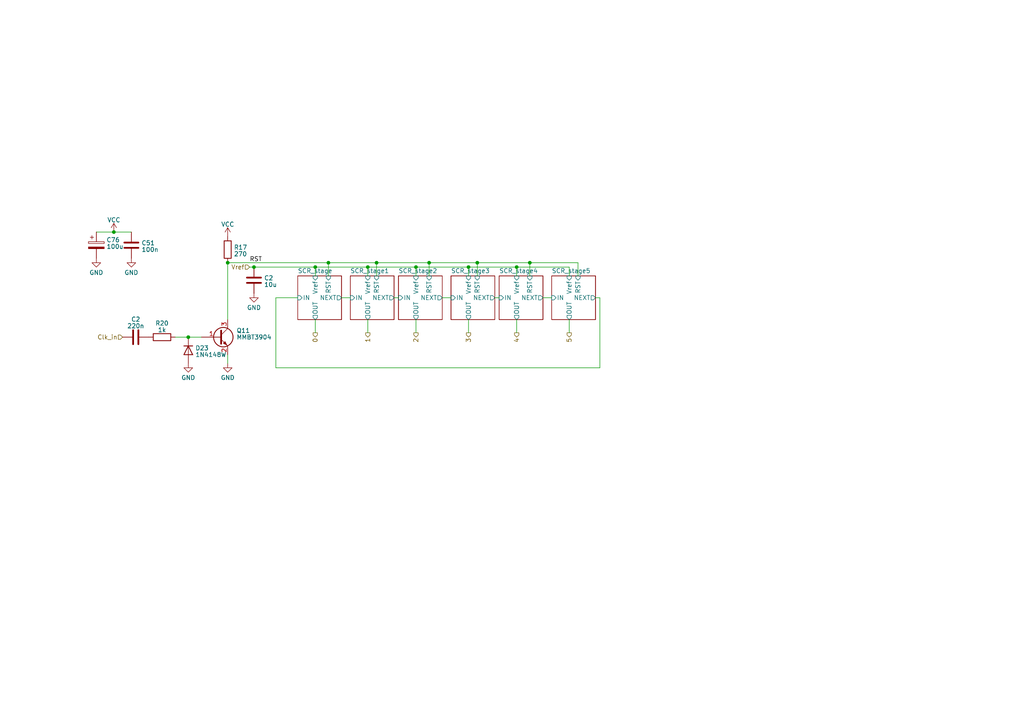
<source format=kicad_sch>
(kicad_sch (version 20230121) (generator eeschema)
  (paper "A4")
  (lib_symbols
    (symbol "Device:C" (pin_numbers hide) (pin_names (offset 0.254))
      (property "Reference" "C" (at 0.635 2.54 0))
      (property "Value" "C" (at 0.635 -2.54 0))
      (symbol "C_0_1"
        (polyline (pts (xy -2.032 -0.762) (xy 2.032 -0.762)) (stroke (width 0.508)))
        (polyline (pts (xy -2.032 0.762) (xy 2.032 0.762)) (stroke (width 0.508)))
      )
      (symbol "C_1_1"
        (pin passive line (at 0 3.81 270) (length 2.794) (name "~") (number "1"))
        (pin passive line (at 0 -3.81 90) (length 2.794) (name "~") (number "2"))
      )
    )
    (symbol "Device:C_Polarized" (pin_numbers hide) (pin_names (offset 0.254))
      (property "Reference" "C" (at 0.635 2.54 0))
      (property "Value" "C_Polarized" (at 0.635 -2.54 0))
      (symbol "C_Polarized_0_1"
        (rectangle (start -2.286 0.508) (end 2.286 1.016))
        (polyline (pts (xy -1.778 2.286) (xy -0.762 2.286)))
        (polyline (pts (xy -1.27 2.794) (xy -1.27 1.778)))
        (rectangle (start 2.286 -0.508) (end -2.286 -1.016) (fill (type outline)))
      )
      (symbol "C_Polarized_1_1"
        (pin passive line (at 0 3.81 270) (length 2.794) (name "~") (number "1"))
        (pin passive line (at 0 -3.81 90) (length 2.794) (name "~") (number "2"))
      )
    )
    (symbol "Device:D" (pin_numbers hide) (pin_names (offset 1.016) hide)
      (property "Reference" "D" (at 0 2.54 0))
      (property "Value" "D" (at 0 -2.54 0))
      (symbol "D_0_1"
        (polyline (pts (xy -1.27 1.27) (xy -1.27 -1.27)) (stroke (width 0.254)))
        (polyline (pts (xy 1.27 0) (xy -1.27 0)))
        (polyline (pts (xy 1.27 1.27) (xy 1.27 -1.27) (xy -1.27 0) (xy 1.27 1.27)) (stroke (width 0.254)))
      )
      (symbol "D_1_1"
        (pin passive line (at -3.81 0 0) (length 2.54) (name "K") (number "1"))
        (pin passive line (at 3.81 0 180) (length 2.54) (name "A") (number "2"))
      )
    )
    (symbol "Device:R" (pin_numbers hide) (pin_names (offset 0))
      (property "Reference" "R" (at 2.032 0 90))
      (property "Value" "R" (at 0 0 90))
      (symbol "R_0_1"
        (rectangle (start -1.016 -2.54) (end 1.016 2.54) (stroke (width 0.254)))
      )
      (symbol "R_1_1"
        (pin passive line (at 0 3.81 270) (length 1.27) (name "~") (number "1"))
        (pin passive line (at 0 -3.81 90) (length 1.27) (name "~") (number "2"))
      )
    )
    (symbol "Transistor_BJT:MMBT3904" (pin_names (offset 0) hide)
      (property "Reference" "Q" (at 5.08 1.905 0))
      (property "Value" "MMBT3904" (at 5.08 0 0))
      (symbol "MMBT3904_0_1"
        (polyline (pts (xy 0.635 0.635) (xy 2.54 2.54)))
        (polyline (pts (xy 0.635 -0.635) (xy 2.54 -2.54) (xy 2.54 -2.54)))
        (polyline (pts (xy 0.635 1.905) (xy 0.635 -1.905) (xy 0.635 -1.905)) (stroke (width 0.508)))
        (polyline (pts (xy 1.27 -1.778) (xy 1.778 -1.27) (xy 2.286 -2.286) (xy 1.27 -1.778) (xy 1.27 -1.778)) (fill (type outline)))
        (circle (center 1.27 0) (radius 2.8194) (stroke (width 0.254)))
      )
      (symbol "MMBT3904_1_1"
        (pin input line (at -5.08 0 0) (length 5.715) (name "B") (number "1"))
        (pin passive line (at 2.54 -5.08 90) (length 2.54) (name "E") (number "2"))
        (pin passive line (at 2.54 5.08 270) (length 2.54) (name "C") (number "3"))
      )
    )
    (symbol "power:GND" (power) (pin_names (offset 0))
      (property "Value" "GND" (at 0 -3.81 0))
      (symbol "GND_0_1"
        (polyline (pts (xy 0 0) (xy 0 -1.27) (xy 1.27 -1.27) (xy 0 -2.54) (xy -1.27 -1.27) (xy 0 -1.27)))
      )
      (symbol "GND_1_1"
        (pin power_in line (at 0 0 270) (length 0) hide (name "GND") (number "1"))
      )
    )
    (symbol "power:VCC" (power) (pin_names (offset 0))
      (property "Value" "VCC" (at 0 3.81 0))
      (symbol "VCC_0_1"
        (polyline (pts (xy -0.762 1.27) (xy 0 2.54)))
        (polyline (pts (xy 0 0) (xy 0 2.54)))
        (polyline (pts (xy 0 2.54) (xy 0.762 1.27)))
      )
      (symbol "VCC_1_1"
        (pin power_in line (at 0 0 90) (length 0) hide (name "VCC") (number "1"))
      )
    )
  )
  (junction (at 149.86 77.47))
  (junction (at 95.25 76.2))
  (junction (at 54.61 97.79))
  (junction (at 120.65 77.47))
  (junction (at 153.67 76.2))
  (junction (at 138.43 76.2))
  (junction (at 106.68 77.47))
  (junction (at 135.89 77.47))
  (junction (at 33.02 67.31))
  (junction (at 91.44 77.47))
  (junction (at 109.22 76.2))
  (junction (at 73.66 77.47))
  (junction (at 124.46 76.2))
  (junction (at 66.04 76.2))
  (wire (pts (xy 95.25 80.01) (xy 95.25 76.2)))
  (wire (pts (xy 157.48 86.36) (xy 160.02 86.36)))
  (wire (pts (xy 153.67 76.2) (xy 167.64 76.2)))
  (wire (pts (xy 149.86 80.01) (xy 149.86 77.47)))
  (wire (pts (xy 153.67 76.2) (xy 153.67 80.01)))
  (wire (pts (xy 33.02 67.31) (xy 38.1 67.31)))
  (wire (pts (xy 165.1 77.47) (xy 149.86 77.47)))
  (wire (pts (xy 135.89 77.47) (xy 120.65 77.47)))
  (wire (pts (xy 128.27 86.36) (xy 130.81 86.36)))
  (wire (pts (xy 109.22 76.2) (xy 124.46 76.2)))
  (wire (pts (xy 80.01 106.68) (xy 173.99 106.68)))
  (wire (pts (xy 135.89 92.71) (xy 135.89 96.52)))
  (wire (pts (xy 167.64 76.2) (xy 167.64 80.01)))
  (wire (pts (xy 138.43 76.2) (xy 153.67 76.2)))
  (wire (pts (xy 106.68 77.47) (xy 91.44 77.47)))
  (wire (pts (xy 124.46 76.2) (xy 124.46 80.01)))
  (wire (pts (xy 143.51 86.36) (xy 144.78 86.36)))
  (wire (pts (xy 124.46 76.2) (xy 138.43 76.2)))
  (wire (pts (xy 27.94 67.31) (xy 33.02 67.31)))
  (wire (pts (xy 138.43 76.2) (xy 138.43 80.01)))
  (wire (pts (xy 114.3 86.36) (xy 115.57 86.36)))
  (wire (pts (xy 91.44 92.71) (xy 91.44 96.52)))
  (wire (pts (xy 135.89 80.01) (xy 135.89 77.47)))
  (wire (pts (xy 73.66 77.47) (xy 91.44 77.47)))
  (wire (pts (xy 106.68 80.01) (xy 106.68 77.47)))
  (wire (pts (xy 165.1 80.01) (xy 165.1 77.47)))
  (wire (pts (xy 58.42 97.79) (xy 54.61 97.79)))
  (wire (pts (xy 66.04 92.71) (xy 66.04 76.2)))
  (wire (pts (xy 165.1 92.71) (xy 165.1 96.52)))
  (wire (pts (xy 149.86 77.47) (xy 135.89 77.47)))
  (wire (pts (xy 172.72 86.36) (xy 173.99 86.36)))
  (wire (pts (xy 54.61 97.79) (xy 50.8 97.79)))
  (wire (pts (xy 109.22 76.2) (xy 109.22 80.01)))
  (wire (pts (xy 91.44 77.47) (xy 91.44 80.01)))
  (wire (pts (xy 173.99 86.36) (xy 173.99 106.68)))
  (wire (pts (xy 66.04 76.2) (xy 95.25 76.2)))
  (wire (pts (xy 120.65 92.71) (xy 120.65 96.52)))
  (wire (pts (xy 80.01 86.36) (xy 80.01 106.68)))
  (wire (pts (xy 66.04 105.41) (xy 66.04 102.87)))
  (wire (pts (xy 120.65 80.01) (xy 120.65 77.47)))
  (wire (pts (xy 72.39 77.47) (xy 73.66 77.47)))
  (wire (pts (xy 149.86 92.71) (xy 149.86 96.52)))
  (wire (pts (xy 120.65 77.47) (xy 106.68 77.47)))
  (wire (pts (xy 106.68 92.71) (xy 106.68 96.52)))
  (wire (pts (xy 99.06 86.36) (xy 101.6 86.36)))
  (wire (pts (xy 86.36 86.36) (xy 80.01 86.36)))
  (wire (pts (xy 95.25 76.2) (xy 109.22 76.2)))
  (label "RST" (at 72.39 76.2 0))
  (hierarchical_label "0" (shape output) (at 91.44 96.52 270))
  (hierarchical_label "2" (shape output) (at 120.65 96.52 270))
  (hierarchical_label "Vref" (shape input) (at 72.39 77.47 180))
  (hierarchical_label "Clk_in" (shape input) (at 35.56 97.79 180))
  (hierarchical_label "4" (shape output) (at 149.86 96.52 270))
  (hierarchical_label "3" (shape output) (at 135.89 96.52 270))
  (hierarchical_label "5" (shape output) (at 165.1 96.52 270))
  (hierarchical_label "1" (shape output) (at 106.68 96.52 270))
  (symbol (lib_id "power:VCC") (at 33.02 67.31 0) (unit 1)
    (property "Reference" "#PWR022" (effects hide))
    (property "Value" "VCC" (at 33.02 63.8081 0))
    (instances (project "transistor_clock" (path "" (reference "#PWR022") (unit 1)) (path "" (reference "#PWR0114") (unit 1)) (path "" (reference "#PWR0133") (unit 1)) (path "" (reference "#PWR0164") (unit 1)) (path "" (reference "#PWR0191") (unit 1)) (path "" (reference "#PWR0261") (unit 1)) (path "" (reference "#PWR075") (unit 1)) (path "" (reference "#PWR0111") (unit 1))))
  )
  (symbol (lib_id "Device:R") (at 66.04 72.39 0) (unit 1)
    (property "Reference" "R17" (at 67.818 71.7463 0) (effects (justify left)))
    (property "Value" "270" (at 67.818 73.6673 0) (effects (justify left)))
    (property "Footprint" "Resistor_SMD:R_0603_1608Metric" (effects hide))
    (property "Assembly" "True" (effects hide))
    (property "LCSC_PN" "C25803" (effects hide))
    (property "Price" "0.0009" (effects hide))
    (instances (project "transistor_clock" (path "" (reference "R17") (unit 1)) (path "" (reference "R53") (unit 1)) (path "" (reference "R91") (unit 1))))
  )
  (symbol (lib_id "Device:C") (at 73.66 81.28 180) (unit 1)
    (property "Reference" "C2" (at 76.581 80.6363 0) (effects (justify right)))
    (property "Value" "10u" (at 76.581 82.5573 0) (effects (justify right)))
    (property "Assembly" "False" (effects hide))
    (instances (project "transistor_clock" (path "" (reference "C2") (unit 1)) (path "" (reference "C1") (unit 1)) (path "" (reference "C22") (unit 1)) (path "" (reference "C31") (unit 1))))
  )
  (symbol (lib_id "Device:C_Polarized") (at 27.94 71.12 0) (unit 1)
    (property "Reference" "C76" (at 30.861 69.5873 0) (effects (justify left)))
    (property "Value" "100u" (at 30.861 71.5083 0) (effects (justify left)))
    (property "Assembly" "False" (effects hide))
    (instances (project "transistor_clock" (path "" (reference "C76") (unit 1)) (path "" (reference "C19") (unit 1)) (path "" (reference "C28") (unit 1))))
  )
  (symbol (lib_id "Device:C") (at 39.37 97.79 90) (unit 1)
    (property "Reference" "C2" (at 39.37 92.6211 90))
    (property "Value" "220n" (at 39.37 94.5421 90))
    (property "Footprint" "Capacitor_SMD:C_0603_1608Metric" (effects hide))
    (instances (project "transistor_clock" (path "" (reference "C2") (unit 1)) (path "" (reference "C11") (unit 1)) (path "" (reference "C21") (unit 1)) (path "" (reference "C30") (unit 1))))
  )
  (symbol (lib_id "Device:R") (at 46.99 97.79 90) (unit 1)
    (property "Reference" "R20" (at 46.99 93.7641 90))
    (property "Value" "1k" (at 46.99 95.6851 90))
    (property "Footprint" "Resistor_SMD:R_0603_1608Metric" (effects hide))
    (property "Assembly" "True" (effects hide))
    (property "LCSC_PN" "C21190" (effects hide))
    (property "Price" "0.0005" (effects hide))
    (instances (project "transistor_clock" (path "" (reference "R20") (unit 1)) (path "" (reference "R56") (unit 1)) (path "" (reference "R52") (unit 1)) (path "" (reference "R90") (unit 1))))
  )
  (symbol (lib_id "power:GND") (at 38.1 74.93 0) (unit 1)
    (property "Reference" "#PWR09" (effects hide))
    (property "Value" "GND" (at 38.1 79.0655 0))
    (instances (project "transistor_clock" (path "" (reference "#PWR09") (unit 1)) (path "" (reference "#PWR0112") (unit 1)) (path "" (reference "#PWR0131") (unit 1)) (path "" (reference "#PWR0162") (unit 1)) (path "" (reference "#PWR0181") (unit 1)) (path "" (reference "#PWR0260") (unit 1)) (path "" (reference "#PWR076") (unit 1)) (path "" (reference "#PWR0112") (unit 1))))
  )
  (symbol (lib_id "power:VCC") (at 66.04 68.58 0) (unit 1)
    (property "Reference" "#PWR022" (effects hide))
    (property "Value" "VCC" (at 66.04 65.0781 0))
    (instances (project "transistor_clock" (path "" (reference "#PWR022") (unit 1)) (path "" (reference "#PWR078") (unit 1)) (path "" (reference "#PWR0114") (unit 1))))
  )
  (symbol (lib_id "power:GND") (at 27.94 74.93 0) (unit 1)
    (property "Reference" "#PWR09" (effects hide))
    (property "Value" "GND" (at 27.94 79.0655 0))
    (instances (project "transistor_clock" (path "" (reference "#PWR09") (unit 1)) (path "" (reference "#PWR0112") (unit 1)) (path "" (reference "#PWR0131") (unit 1)) (path "" (reference "#PWR0162") (unit 1)) (path "" (reference "#PWR0181") (unit 1)) (path "" (reference "#PWR0253") (unit 1)) (path "" (reference "#PWR074") (unit 1)) (path "" (reference "#PWR0110") (unit 1))))
  )
  (symbol (lib_id "power:GND") (at 54.61 105.41 0) (unit 1)
    (property "Reference" "#PWR034" (effects hide))
    (property "Value" "GND" (at 54.61 109.5455 0))
    (instances (project "transistor_clock" (path "" (reference "#PWR034") (unit 1)) (path "" (reference "#PWR077") (unit 1)) (path "" (reference "#PWR0113") (unit 1))))
  )
  (symbol (lib_id "Device:C") (at 38.1 71.12 180) (unit 1)
    (property "Reference" "C51" (at 41.021 70.4763 0) (effects (justify right)))
    (property "Value" "100n" (at 41.021 72.3973 0) (effects (justify right)))
    (property "Footprint" "Capacitor_SMD:C_0603_1608Metric" (effects hide))
    (property "LCSC_PN" "C14663" (effects hide))
    (property "Price" "0.0021" (effects hide))
    (instances (project "transistor_clock" (path "" (reference "C51") (unit 1)) (path "" (reference "C77") (unit 1)) (path "" (reference "C54") (unit 1)) (path "" (reference "C20") (unit 1)) (path "" (reference "C29") (unit 1)) (path "" (reference "C2") (unit 1)) (path "" (reference "C33") (unit 1)) (path "" (reference "C46") (unit 1)) (path "" (reference "C1") (unit 1))))
  )
  (symbol (lib_id "Transistor_BJT:MMBT3904") (at 63.5 97.79 0) (unit 1)
    (property "Reference" "Q11" (at 68.58 95.885 0) (effects (justify left)))
    (property "Value" "MMBT3904" (at 68.58 97.79 0) (effects (justify left)))
    (property "Footprint" "Package_TO_SOT_SMD:SOT-23" (effects hide))
    (property "Datasheet" "https://www.onsemi.com/pub/Collateral/2N3903-D.PDF" (effects hide))
    (property "Assembly" "True" (effects hide))
    (property "LCSC_PN" "C20526" (effects hide))
    (property "Price" "0.0094" (effects hide))
    (instances (project "transistor_clock" (path "" (reference "Q11") (unit 1)) (path "" (reference "Q28") (unit 1)) (path "" (reference "Q26") (unit 1)) (path "" (reference "Q45") (unit 1))))
  )
  (symbol (lib_id "power:GND") (at 66.04 105.41 0) (unit 1)
    (property "Reference" "#PWR033" (effects hide))
    (property "Value" "GND" (at 66.04 109.5455 0))
    (instances (project "transistor_clock" (path "" (reference "#PWR033") (unit 1)) (path "" (reference "#PWR079") (unit 1)) (path "" (reference "#PWR0115") (unit 1))))
  )
  (symbol (lib_id "Device:D") (at 54.61 101.6 270) (unit 1)
    (property "Reference" "D23" (at 56.642 100.9563 90) (effects (justify left)))
    (property "Value" "1N4148W" (at 56.642 102.8773 90) (effects (justify left)))
    (property "Footprint" "Diode_SMD:D_SOD-123" (effects hide))
    (property "Sim.Device" "D" (effects hide))
    (property "Sim.Pins" "1=K 2=A" (effects hide))
    (property "Assembly" "True" (effects hide))
    (property "LCSC_PN" "C81598" (effects hide))
    (property "Price" "0.0061" (effects hide))
    (instances (project "transistor_clock" (path "" (reference "D23") (unit 1)) (path "" (reference "D50") (unit 1)) (path "" (reference "D123") (unit 1)) (path "" (reference "D137") (unit 1))))
  )
  (symbol (lib_id "power:GND") (at 73.66 85.09 0) (unit 1)
    (property "Reference" "#PWR07" (effects hide))
    (property "Value" "GND" (at 73.66 89.2255 0))
    (instances (project "transistor_clock" (path "" (reference "#PWR07") (unit 1)) (path "" (reference "#PWR080") (unit 1)) (path "" (reference "#PWR0116") (unit 1))))
  )
  (sheet (at 86.36 80.01) (size 12.7 12.7) (stroke (width 0.1524))
    (property "Sheetname" "SCR_stage" (at 86.36 79.2984 0) (effects (justify left bottom)))
    (property "Sheetfile" "scr_stage.kicad_sch" (effects hide))
    (pin "IN" input (at 86.36 86.36 180))
    (pin "RST" input (at 95.25 80.01 90))
    (pin "OUT" output (at 91.44 92.71 270))
    (pin "Vref" input (at 91.44 80.01 90))
    (pin "NEXT" output (at 99.06 86.36 0))
  )
  (sheet (at 130.81 80.01) (size 12.7 12.7) (stroke (width 0.1524))
    (property "Sheetname" "SCR_stage3" (at 130.81 79.2984 0) (effects (justify left bottom)))
    (property "Sheetfile" "scr_stage.kicad_sch" (effects hide))
    (pin "IN" input (at 130.81 86.36 180))
    (pin "RST" input (at 138.43 80.01 90))
    (pin "OUT" output (at 135.89 92.71 270))
    (pin "Vref" input (at 135.89 80.01 90))
    (pin "NEXT" output (at 143.51 86.36 0))
  )
  (sheet (at 115.57 80.01) (size 12.7 12.7) (stroke (width 0.1524))
    (property "Sheetname" "SCR_stage2" (at 115.57 79.2984 0) (effects (justify left bottom)))
    (property "Sheetfile" "scr_stage.kicad_sch" (effects hide))
    (pin "IN" input (at 115.57 86.36 180))
    (pin "RST" input (at 124.46 80.01 90))
    (pin "OUT" output (at 120.65 92.71 270))
    (pin "Vref" input (at 120.65 80.01 90))
    (pin "NEXT" output (at 128.27 86.36 0))
  )
  (sheet (at 144.78 80.01) (size 12.7 12.7) (stroke (width 0.1524))
    (property "Sheetname" "SCR_stage4" (at 144.78 79.2984 0) (effects (justify left bottom)))
    (property "Sheetfile" "scr_stage.kicad_sch" (effects hide))
    (pin "IN" input (at 144.78 86.36 180))
    (pin "RST" input (at 153.67 80.01 90))
    (pin "OUT" output (at 149.86 92.71 270))
    (pin "Vref" input (at 149.86 80.01 90))
    (pin "NEXT" output (at 157.48 86.36 0))
  )
  (sheet (at 101.6 80.01) (size 12.7 12.7) (stroke (width 0.1524))
    (property "Sheetname" "SCR_stage1" (at 101.6 79.2984 0) (effects (justify left bottom)))
    (property "Sheetfile" "scr_stage.kicad_sch" (effects hide))
    (pin "IN" input (at 101.6 86.36 180))
    (pin "RST" input (at 109.22 80.01 90))
    (pin "OUT" output (at 106.68 92.71 270))
    (pin "Vref" input (at 106.68 80.01 90))
    (pin "NEXT" output (at 114.3 86.36 0))
  )
  (sheet (at 160.02 80.01) (size 12.7 12.7) (stroke (width 0.1524))
    (property "Sheetname" "SCR_stage5" (at 160.02 79.2984 0) (effects (justify left bottom)))
    (property "Sheetfile" "scr_stage.kicad_sch" (effects hide))
    (pin "IN" input (at 160.02 86.36 180))
    (pin "RST" input (at 167.64 80.01 90))
    (pin "OUT" output (at 165.1 92.71 270))
    (pin "Vref" input (at 165.1 80.01 90))
    (pin "NEXT" output (at 172.72 86.36 0))
  )
)
</source>
